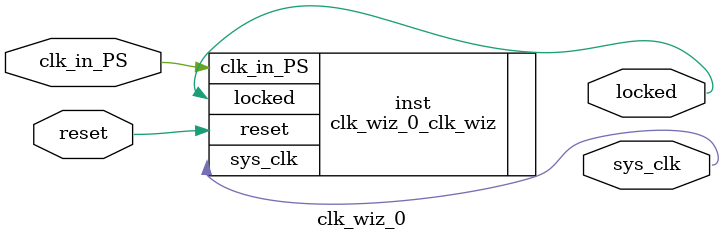
<source format=v>


`timescale 1ps/1ps

(* CORE_GENERATION_INFO = "clk_wiz_0,clk_wiz_v6_0_1_0_0,{component_name=clk_wiz_0,use_phase_alignment=true,use_min_o_jitter=false,use_max_i_jitter=false,use_dyn_phase_shift=false,use_inclk_switchover=false,use_dyn_reconfig=false,enable_axi=0,feedback_source=FDBK_AUTO,PRIMITIVE=MMCM,num_out_clk=1,clkin1_period=10.000,clkin2_period=10.000,use_power_down=false,use_reset=true,use_locked=true,use_inclk_stopped=false,feedback_type=SINGLE,CLOCK_MGR_TYPE=NA,manual_override=false}" *)

module clk_wiz_0 
 (
  // Clock out ports
  output        sys_clk,
  // Status and control signals
  input         reset,
  output        locked,
 // Clock in ports
  input         clk_in_PS
 );

  clk_wiz_0_clk_wiz inst
  (
  // Clock out ports  
  .sys_clk(sys_clk),
  // Status and control signals               
  .reset(reset), 
  .locked(locked),
 // Clock in ports
  .clk_in_PS(clk_in_PS)
  );

endmodule

</source>
